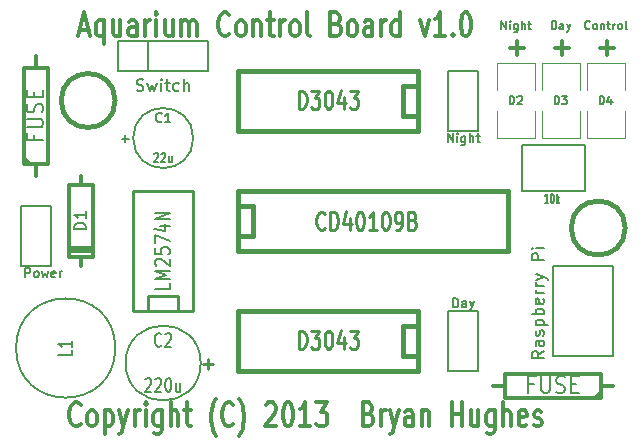
<source format=gto>
G04 (created by PCBNEW (2013-mar-13)-testing) date Sat 11 May 2013 09:23:07 PM PDT*
%MOIN*%
G04 Gerber Fmt 3.4, Leading zero omitted, Abs format*
%FSLAX34Y34*%
G01*
G70*
G90*
G04 APERTURE LIST*
%ADD10C,0.000787*%
%ADD11C,0.012000*%
%ADD12C,0.005000*%
%ADD13C,0.004700*%
%ADD14C,0.015000*%
%ADD15C,0.010000*%
%ADD16C,0.006000*%
%ADD17C,0.008000*%
%ADD18C,0.011250*%
%ADD19C,0.011300*%
%ADD20C,0.011800*%
%ADD21C,0.007500*%
G04 APERTURE END LIST*
G54D10*
G54D11*
X84249Y-41785D02*
X84221Y-41823D01*
X84135Y-41861D01*
X84078Y-41861D01*
X83992Y-41823D01*
X83935Y-41747D01*
X83907Y-41671D01*
X83878Y-41519D01*
X83878Y-41404D01*
X83907Y-41252D01*
X83935Y-41176D01*
X83992Y-41100D01*
X84078Y-41061D01*
X84135Y-41061D01*
X84221Y-41100D01*
X84249Y-41138D01*
X84592Y-41861D02*
X84535Y-41823D01*
X84507Y-41785D01*
X84478Y-41709D01*
X84478Y-41480D01*
X84507Y-41404D01*
X84535Y-41366D01*
X84592Y-41328D01*
X84678Y-41328D01*
X84735Y-41366D01*
X84764Y-41404D01*
X84792Y-41480D01*
X84792Y-41709D01*
X84764Y-41785D01*
X84735Y-41823D01*
X84678Y-41861D01*
X84592Y-41861D01*
X85049Y-41328D02*
X85049Y-42128D01*
X85049Y-41366D02*
X85107Y-41328D01*
X85221Y-41328D01*
X85278Y-41366D01*
X85307Y-41404D01*
X85335Y-41480D01*
X85335Y-41709D01*
X85307Y-41785D01*
X85278Y-41823D01*
X85221Y-41861D01*
X85107Y-41861D01*
X85049Y-41823D01*
X85535Y-41328D02*
X85678Y-41861D01*
X85821Y-41328D02*
X85678Y-41861D01*
X85621Y-42052D01*
X85592Y-42090D01*
X85535Y-42128D01*
X86049Y-41861D02*
X86049Y-41328D01*
X86049Y-41480D02*
X86078Y-41404D01*
X86107Y-41366D01*
X86164Y-41328D01*
X86221Y-41328D01*
X86421Y-41861D02*
X86421Y-41328D01*
X86421Y-41061D02*
X86392Y-41100D01*
X86421Y-41138D01*
X86450Y-41100D01*
X86421Y-41061D01*
X86421Y-41138D01*
X86964Y-41328D02*
X86964Y-41976D01*
X86935Y-42052D01*
X86907Y-42090D01*
X86849Y-42128D01*
X86764Y-42128D01*
X86707Y-42090D01*
X86964Y-41823D02*
X86907Y-41861D01*
X86792Y-41861D01*
X86735Y-41823D01*
X86707Y-41785D01*
X86678Y-41709D01*
X86678Y-41480D01*
X86707Y-41404D01*
X86735Y-41366D01*
X86792Y-41328D01*
X86907Y-41328D01*
X86964Y-41366D01*
X87249Y-41861D02*
X87249Y-41061D01*
X87507Y-41861D02*
X87507Y-41442D01*
X87478Y-41366D01*
X87421Y-41328D01*
X87335Y-41328D01*
X87278Y-41366D01*
X87249Y-41404D01*
X87707Y-41328D02*
X87935Y-41328D01*
X87792Y-41061D02*
X87792Y-41747D01*
X87821Y-41823D01*
X87878Y-41861D01*
X87935Y-41861D01*
X88764Y-42166D02*
X88735Y-42128D01*
X88678Y-42014D01*
X88649Y-41938D01*
X88621Y-41823D01*
X88592Y-41633D01*
X88592Y-41480D01*
X88621Y-41290D01*
X88649Y-41176D01*
X88678Y-41100D01*
X88735Y-40985D01*
X88764Y-40947D01*
X89335Y-41785D02*
X89307Y-41823D01*
X89221Y-41861D01*
X89164Y-41861D01*
X89078Y-41823D01*
X89021Y-41747D01*
X88992Y-41671D01*
X88964Y-41519D01*
X88964Y-41404D01*
X88992Y-41252D01*
X89021Y-41176D01*
X89078Y-41100D01*
X89164Y-41061D01*
X89221Y-41061D01*
X89307Y-41100D01*
X89335Y-41138D01*
X89535Y-42166D02*
X89564Y-42128D01*
X89621Y-42014D01*
X89649Y-41938D01*
X89678Y-41823D01*
X89707Y-41633D01*
X89707Y-41480D01*
X89678Y-41290D01*
X89649Y-41176D01*
X89621Y-41100D01*
X89564Y-40985D01*
X89535Y-40947D01*
X90421Y-41138D02*
X90449Y-41100D01*
X90507Y-41061D01*
X90649Y-41061D01*
X90707Y-41100D01*
X90735Y-41138D01*
X90764Y-41214D01*
X90764Y-41290D01*
X90735Y-41404D01*
X90392Y-41861D01*
X90764Y-41861D01*
X91135Y-41061D02*
X91192Y-41061D01*
X91250Y-41100D01*
X91278Y-41138D01*
X91307Y-41214D01*
X91335Y-41366D01*
X91335Y-41557D01*
X91307Y-41709D01*
X91278Y-41785D01*
X91250Y-41823D01*
X91192Y-41861D01*
X91135Y-41861D01*
X91078Y-41823D01*
X91050Y-41785D01*
X91021Y-41709D01*
X90992Y-41557D01*
X90992Y-41366D01*
X91021Y-41214D01*
X91050Y-41138D01*
X91078Y-41100D01*
X91135Y-41061D01*
X91907Y-41861D02*
X91564Y-41861D01*
X91735Y-41861D02*
X91735Y-41061D01*
X91678Y-41176D01*
X91621Y-41252D01*
X91564Y-41290D01*
X92107Y-41061D02*
X92478Y-41061D01*
X92278Y-41366D01*
X92364Y-41366D01*
X92421Y-41404D01*
X92450Y-41442D01*
X92478Y-41519D01*
X92478Y-41709D01*
X92450Y-41785D01*
X92421Y-41823D01*
X92364Y-41861D01*
X92192Y-41861D01*
X92135Y-41823D01*
X92107Y-41785D01*
X93850Y-41442D02*
X93935Y-41480D01*
X93964Y-41519D01*
X93992Y-41595D01*
X93992Y-41709D01*
X93964Y-41785D01*
X93935Y-41823D01*
X93878Y-41861D01*
X93650Y-41861D01*
X93650Y-41061D01*
X93850Y-41061D01*
X93907Y-41100D01*
X93935Y-41138D01*
X93964Y-41214D01*
X93964Y-41290D01*
X93935Y-41366D01*
X93907Y-41404D01*
X93850Y-41442D01*
X93650Y-41442D01*
X94250Y-41861D02*
X94250Y-41328D01*
X94250Y-41480D02*
X94278Y-41404D01*
X94307Y-41366D01*
X94364Y-41328D01*
X94421Y-41328D01*
X94564Y-41328D02*
X94707Y-41861D01*
X94850Y-41328D02*
X94707Y-41861D01*
X94650Y-42052D01*
X94621Y-42090D01*
X94564Y-42128D01*
X95335Y-41861D02*
X95335Y-41442D01*
X95307Y-41366D01*
X95250Y-41328D01*
X95135Y-41328D01*
X95078Y-41366D01*
X95335Y-41823D02*
X95278Y-41861D01*
X95135Y-41861D01*
X95078Y-41823D01*
X95050Y-41747D01*
X95050Y-41671D01*
X95078Y-41595D01*
X95135Y-41557D01*
X95278Y-41557D01*
X95335Y-41519D01*
X95621Y-41328D02*
X95621Y-41861D01*
X95621Y-41404D02*
X95650Y-41366D01*
X95707Y-41328D01*
X95792Y-41328D01*
X95850Y-41366D01*
X95878Y-41442D01*
X95878Y-41861D01*
X96621Y-41861D02*
X96621Y-41061D01*
X96621Y-41442D02*
X96964Y-41442D01*
X96964Y-41861D02*
X96964Y-41061D01*
X97507Y-41328D02*
X97507Y-41861D01*
X97250Y-41328D02*
X97250Y-41747D01*
X97278Y-41823D01*
X97335Y-41861D01*
X97421Y-41861D01*
X97478Y-41823D01*
X97507Y-41785D01*
X98050Y-41328D02*
X98050Y-41976D01*
X98021Y-42052D01*
X97992Y-42090D01*
X97935Y-42128D01*
X97850Y-42128D01*
X97792Y-42090D01*
X98050Y-41823D02*
X97992Y-41861D01*
X97878Y-41861D01*
X97821Y-41823D01*
X97792Y-41785D01*
X97764Y-41709D01*
X97764Y-41480D01*
X97792Y-41404D01*
X97821Y-41366D01*
X97878Y-41328D01*
X97992Y-41328D01*
X98050Y-41366D01*
X98335Y-41861D02*
X98335Y-41061D01*
X98592Y-41861D02*
X98592Y-41442D01*
X98564Y-41366D01*
X98507Y-41328D01*
X98421Y-41328D01*
X98364Y-41366D01*
X98335Y-41404D01*
X99107Y-41823D02*
X99050Y-41861D01*
X98935Y-41861D01*
X98878Y-41823D01*
X98850Y-41747D01*
X98850Y-41442D01*
X98878Y-41366D01*
X98935Y-41328D01*
X99050Y-41328D01*
X99107Y-41366D01*
X99135Y-41442D01*
X99135Y-41519D01*
X98850Y-41595D01*
X99364Y-41823D02*
X99421Y-41861D01*
X99535Y-41861D01*
X99592Y-41823D01*
X99621Y-41747D01*
X99621Y-41709D01*
X99592Y-41633D01*
X99535Y-41595D01*
X99450Y-41595D01*
X99392Y-41557D01*
X99364Y-41480D01*
X99364Y-41442D01*
X99392Y-41366D01*
X99450Y-41328D01*
X99535Y-41328D01*
X99592Y-41366D01*
X84235Y-28633D02*
X84521Y-28633D01*
X84178Y-28861D02*
X84378Y-28061D01*
X84578Y-28861D01*
X85035Y-28328D02*
X85035Y-29128D01*
X85035Y-28823D02*
X84978Y-28861D01*
X84864Y-28861D01*
X84807Y-28823D01*
X84778Y-28785D01*
X84750Y-28709D01*
X84750Y-28480D01*
X84778Y-28404D01*
X84807Y-28366D01*
X84864Y-28328D01*
X84978Y-28328D01*
X85035Y-28366D01*
X85578Y-28328D02*
X85578Y-28861D01*
X85321Y-28328D02*
X85321Y-28747D01*
X85350Y-28823D01*
X85407Y-28861D01*
X85492Y-28861D01*
X85550Y-28823D01*
X85578Y-28785D01*
X86121Y-28861D02*
X86121Y-28442D01*
X86092Y-28366D01*
X86035Y-28328D01*
X85921Y-28328D01*
X85864Y-28366D01*
X86121Y-28823D02*
X86064Y-28861D01*
X85921Y-28861D01*
X85864Y-28823D01*
X85835Y-28747D01*
X85835Y-28671D01*
X85864Y-28595D01*
X85921Y-28557D01*
X86064Y-28557D01*
X86121Y-28519D01*
X86407Y-28861D02*
X86407Y-28328D01*
X86407Y-28480D02*
X86435Y-28404D01*
X86464Y-28366D01*
X86521Y-28328D01*
X86578Y-28328D01*
X86778Y-28861D02*
X86778Y-28328D01*
X86778Y-28061D02*
X86750Y-28100D01*
X86778Y-28138D01*
X86807Y-28100D01*
X86778Y-28061D01*
X86778Y-28138D01*
X87321Y-28328D02*
X87321Y-28861D01*
X87064Y-28328D02*
X87064Y-28747D01*
X87092Y-28823D01*
X87149Y-28861D01*
X87235Y-28861D01*
X87292Y-28823D01*
X87321Y-28785D01*
X87607Y-28861D02*
X87607Y-28328D01*
X87607Y-28404D02*
X87635Y-28366D01*
X87692Y-28328D01*
X87778Y-28328D01*
X87835Y-28366D01*
X87864Y-28442D01*
X87864Y-28861D01*
X87864Y-28442D02*
X87892Y-28366D01*
X87949Y-28328D01*
X88035Y-28328D01*
X88092Y-28366D01*
X88121Y-28442D01*
X88121Y-28861D01*
X89207Y-28785D02*
X89178Y-28823D01*
X89092Y-28861D01*
X89035Y-28861D01*
X88949Y-28823D01*
X88892Y-28747D01*
X88864Y-28671D01*
X88835Y-28519D01*
X88835Y-28404D01*
X88864Y-28252D01*
X88892Y-28176D01*
X88949Y-28100D01*
X89035Y-28061D01*
X89092Y-28061D01*
X89178Y-28100D01*
X89207Y-28138D01*
X89549Y-28861D02*
X89492Y-28823D01*
X89464Y-28785D01*
X89435Y-28709D01*
X89435Y-28480D01*
X89464Y-28404D01*
X89492Y-28366D01*
X89549Y-28328D01*
X89635Y-28328D01*
X89692Y-28366D01*
X89721Y-28404D01*
X89749Y-28480D01*
X89749Y-28709D01*
X89721Y-28785D01*
X89692Y-28823D01*
X89635Y-28861D01*
X89549Y-28861D01*
X90007Y-28328D02*
X90007Y-28861D01*
X90007Y-28404D02*
X90035Y-28366D01*
X90092Y-28328D01*
X90178Y-28328D01*
X90235Y-28366D01*
X90264Y-28442D01*
X90264Y-28861D01*
X90464Y-28328D02*
X90692Y-28328D01*
X90549Y-28061D02*
X90549Y-28747D01*
X90578Y-28823D01*
X90635Y-28861D01*
X90692Y-28861D01*
X90892Y-28861D02*
X90892Y-28328D01*
X90892Y-28480D02*
X90921Y-28404D01*
X90949Y-28366D01*
X91007Y-28328D01*
X91064Y-28328D01*
X91349Y-28861D02*
X91292Y-28823D01*
X91264Y-28785D01*
X91235Y-28709D01*
X91235Y-28480D01*
X91264Y-28404D01*
X91292Y-28366D01*
X91349Y-28328D01*
X91435Y-28328D01*
X91492Y-28366D01*
X91521Y-28404D01*
X91549Y-28480D01*
X91549Y-28709D01*
X91521Y-28785D01*
X91492Y-28823D01*
X91435Y-28861D01*
X91349Y-28861D01*
X91892Y-28861D02*
X91835Y-28823D01*
X91807Y-28747D01*
X91807Y-28061D01*
X92778Y-28442D02*
X92864Y-28480D01*
X92892Y-28519D01*
X92921Y-28595D01*
X92921Y-28709D01*
X92892Y-28785D01*
X92864Y-28823D01*
X92807Y-28861D01*
X92578Y-28861D01*
X92578Y-28061D01*
X92778Y-28061D01*
X92835Y-28100D01*
X92864Y-28138D01*
X92892Y-28214D01*
X92892Y-28290D01*
X92864Y-28366D01*
X92835Y-28404D01*
X92778Y-28442D01*
X92578Y-28442D01*
X93264Y-28861D02*
X93207Y-28823D01*
X93178Y-28785D01*
X93150Y-28709D01*
X93150Y-28480D01*
X93178Y-28404D01*
X93207Y-28366D01*
X93264Y-28328D01*
X93350Y-28328D01*
X93407Y-28366D01*
X93435Y-28404D01*
X93464Y-28480D01*
X93464Y-28709D01*
X93435Y-28785D01*
X93407Y-28823D01*
X93350Y-28861D01*
X93264Y-28861D01*
X93978Y-28861D02*
X93978Y-28442D01*
X93950Y-28366D01*
X93892Y-28328D01*
X93778Y-28328D01*
X93721Y-28366D01*
X93978Y-28823D02*
X93921Y-28861D01*
X93778Y-28861D01*
X93721Y-28823D01*
X93692Y-28747D01*
X93692Y-28671D01*
X93721Y-28595D01*
X93778Y-28557D01*
X93921Y-28557D01*
X93978Y-28519D01*
X94264Y-28861D02*
X94264Y-28328D01*
X94264Y-28480D02*
X94292Y-28404D01*
X94321Y-28366D01*
X94378Y-28328D01*
X94435Y-28328D01*
X94892Y-28861D02*
X94892Y-28061D01*
X94892Y-28823D02*
X94835Y-28861D01*
X94721Y-28861D01*
X94664Y-28823D01*
X94635Y-28785D01*
X94607Y-28709D01*
X94607Y-28480D01*
X94635Y-28404D01*
X94664Y-28366D01*
X94721Y-28328D01*
X94835Y-28328D01*
X94892Y-28366D01*
X95578Y-28328D02*
X95721Y-28861D01*
X95864Y-28328D01*
X96407Y-28861D02*
X96064Y-28861D01*
X96235Y-28861D02*
X96235Y-28061D01*
X96178Y-28176D01*
X96121Y-28252D01*
X96064Y-28290D01*
X96664Y-28785D02*
X96692Y-28823D01*
X96664Y-28861D01*
X96635Y-28823D01*
X96664Y-28785D01*
X96664Y-28861D01*
X97064Y-28061D02*
X97121Y-28061D01*
X97178Y-28100D01*
X97207Y-28138D01*
X97235Y-28214D01*
X97264Y-28366D01*
X97264Y-28557D01*
X97235Y-28709D01*
X97207Y-28785D01*
X97178Y-28823D01*
X97121Y-28861D01*
X97064Y-28861D01*
X97007Y-28823D01*
X96978Y-28785D01*
X96950Y-28709D01*
X96921Y-28557D01*
X96921Y-28366D01*
X96950Y-28214D01*
X96978Y-28138D01*
X97007Y-28100D01*
X97064Y-28061D01*
X84250Y-36500D02*
X84250Y-36200D01*
X84250Y-36200D02*
X84650Y-36200D01*
X84650Y-36200D02*
X84650Y-33800D01*
X84650Y-33800D02*
X84250Y-33800D01*
X84250Y-33800D02*
X84250Y-33500D01*
X84250Y-33800D02*
X83850Y-33800D01*
X83850Y-33800D02*
X83850Y-36200D01*
X83850Y-36200D02*
X84250Y-36200D01*
X84650Y-36000D02*
X83850Y-36000D01*
X83850Y-35900D02*
X84650Y-35900D01*
G54D12*
X88250Y-39750D02*
G75*
G03X88250Y-39750I-1250J0D01*
G74*
G01*
G54D13*
X99380Y-32260D02*
X98120Y-32260D01*
X99380Y-29740D02*
X98120Y-29740D01*
X98118Y-31353D02*
X98118Y-32253D01*
X99382Y-32253D02*
X99382Y-31353D01*
X99382Y-30646D02*
X99382Y-29746D01*
X98118Y-29746D02*
X98118Y-30646D01*
X102380Y-32260D02*
X101120Y-32260D01*
X102380Y-29740D02*
X101120Y-29740D01*
X101118Y-31353D02*
X101118Y-32253D01*
X102382Y-32253D02*
X102382Y-31353D01*
X102382Y-30646D02*
X102382Y-29746D01*
X101118Y-29746D02*
X101118Y-30646D01*
X100880Y-32260D02*
X99620Y-32260D01*
X100880Y-29740D02*
X99620Y-29740D01*
X99618Y-31353D02*
X99618Y-32253D01*
X100882Y-32253D02*
X100882Y-31353D01*
X100882Y-30646D02*
X100882Y-29746D01*
X99618Y-29746D02*
X99618Y-30646D01*
G54D12*
X88001Y-32250D02*
G75*
G03X88001Y-32250I-1001J0D01*
G74*
G01*
G54D14*
X102400Y-35250D02*
G75*
G03X102400Y-35250I-900J0D01*
G74*
G01*
G54D12*
X85403Y-39250D02*
G75*
G03X85403Y-39250I-1653J0D01*
G74*
G01*
G54D14*
X85400Y-31000D02*
G75*
G03X85400Y-31000I-900J0D01*
G74*
G01*
X89500Y-34500D02*
X89500Y-34500D01*
X89500Y-34500D02*
X90000Y-34500D01*
X90000Y-34500D02*
X90000Y-35500D01*
X90000Y-35500D02*
X89500Y-35500D01*
X89500Y-34000D02*
X98500Y-34000D01*
X98500Y-34000D02*
X98500Y-36000D01*
X98500Y-36000D02*
X89500Y-36000D01*
X89500Y-36000D02*
X89500Y-34000D01*
X95500Y-30000D02*
X89500Y-30000D01*
X89500Y-30000D02*
X89500Y-32000D01*
X89500Y-32000D02*
X95500Y-32000D01*
X95500Y-31500D02*
X95000Y-31500D01*
X95000Y-31500D02*
X95000Y-30500D01*
X95000Y-30500D02*
X95500Y-30500D01*
X95500Y-32000D02*
X95500Y-30000D01*
X95500Y-38000D02*
X89500Y-38000D01*
X89500Y-38000D02*
X89500Y-40000D01*
X89500Y-40000D02*
X95500Y-40000D01*
X95500Y-39500D02*
X95000Y-39500D01*
X95000Y-39500D02*
X95000Y-38500D01*
X95000Y-38500D02*
X95500Y-38500D01*
X95500Y-40000D02*
X95500Y-38000D01*
G54D11*
X82750Y-33500D02*
X82750Y-33100D01*
X82750Y-33100D02*
X82350Y-33100D01*
X82350Y-33100D02*
X82350Y-29900D01*
X82350Y-29900D02*
X83150Y-29900D01*
X83150Y-29900D02*
X83150Y-33100D01*
X83150Y-33100D02*
X82750Y-33100D01*
X82550Y-33100D02*
X82350Y-32900D01*
X82750Y-29500D02*
X82750Y-29900D01*
X102000Y-40500D02*
X101600Y-40500D01*
X101600Y-40500D02*
X101600Y-40900D01*
X101600Y-40900D02*
X98400Y-40900D01*
X98400Y-40900D02*
X98400Y-40100D01*
X98400Y-40100D02*
X101600Y-40100D01*
X101600Y-40100D02*
X101600Y-40500D01*
X101600Y-40700D02*
X101400Y-40900D01*
X98000Y-40500D02*
X98400Y-40500D01*
G54D15*
X86500Y-38000D02*
X86500Y-37500D01*
X86500Y-37500D02*
X87500Y-37500D01*
X87500Y-37500D02*
X87500Y-38000D01*
X86000Y-38000D02*
X86000Y-34000D01*
X86000Y-34000D02*
X88000Y-34000D01*
X88000Y-34000D02*
X88000Y-38000D01*
X88000Y-38000D02*
X86000Y-38000D01*
G54D16*
X82250Y-34500D02*
X83250Y-34500D01*
X83250Y-34500D02*
X83250Y-36500D01*
X83250Y-36500D02*
X82250Y-36500D01*
X82250Y-36500D02*
X82250Y-34500D01*
X96500Y-38000D02*
X97500Y-38000D01*
X97500Y-38000D02*
X97500Y-40000D01*
X97500Y-40000D02*
X96500Y-40000D01*
X96500Y-40000D02*
X96500Y-38000D01*
X96500Y-30000D02*
X97500Y-30000D01*
X97500Y-30000D02*
X97500Y-32000D01*
X97500Y-32000D02*
X96500Y-32000D01*
X96500Y-32000D02*
X96500Y-30000D01*
X85500Y-30000D02*
X85500Y-29000D01*
X85500Y-29000D02*
X88500Y-29000D01*
X88500Y-29000D02*
X88500Y-30000D01*
X88500Y-30000D02*
X85500Y-30000D01*
X86500Y-29000D02*
X86500Y-30000D01*
G54D17*
X102000Y-36500D02*
X102000Y-39500D01*
X100000Y-39500D02*
X100000Y-36500D01*
X100000Y-36500D02*
X102000Y-36500D01*
X102000Y-39500D02*
X100000Y-39500D01*
G54D16*
X101061Y-34007D02*
X98964Y-34007D01*
X98964Y-33998D02*
X98964Y-32501D01*
X98964Y-32492D02*
X101061Y-32492D01*
X101070Y-32492D02*
X101070Y-33998D01*
G54D17*
X84430Y-35295D02*
X84030Y-35295D01*
X84030Y-35199D01*
X84050Y-35142D01*
X84088Y-35104D01*
X84126Y-35085D01*
X84202Y-35066D01*
X84259Y-35066D01*
X84335Y-35085D01*
X84373Y-35104D01*
X84411Y-35142D01*
X84430Y-35199D01*
X84430Y-35295D01*
X84430Y-34685D02*
X84430Y-34914D01*
X84430Y-34799D02*
X84030Y-34799D01*
X84088Y-34838D01*
X84126Y-34876D01*
X84145Y-34914D01*
X86941Y-39160D02*
X86925Y-39182D01*
X86875Y-39203D01*
X86841Y-39203D01*
X86791Y-39182D01*
X86758Y-39139D01*
X86741Y-39096D01*
X86725Y-39010D01*
X86725Y-38946D01*
X86741Y-38860D01*
X86758Y-38817D01*
X86791Y-38775D01*
X86841Y-38753D01*
X86875Y-38753D01*
X86925Y-38775D01*
X86941Y-38796D01*
X87075Y-38796D02*
X87091Y-38775D01*
X87125Y-38753D01*
X87208Y-38753D01*
X87241Y-38775D01*
X87258Y-38796D01*
X87275Y-38839D01*
X87275Y-38882D01*
X87258Y-38946D01*
X87058Y-39203D01*
X87275Y-39203D01*
X86408Y-40296D02*
X86425Y-40275D01*
X86458Y-40253D01*
X86541Y-40253D01*
X86575Y-40275D01*
X86591Y-40296D01*
X86608Y-40339D01*
X86608Y-40382D01*
X86591Y-40446D01*
X86391Y-40703D01*
X86608Y-40703D01*
X86741Y-40296D02*
X86758Y-40275D01*
X86791Y-40253D01*
X86875Y-40253D01*
X86908Y-40275D01*
X86925Y-40296D01*
X86941Y-40339D01*
X86941Y-40382D01*
X86925Y-40446D01*
X86725Y-40703D01*
X86941Y-40703D01*
X87158Y-40253D02*
X87191Y-40253D01*
X87225Y-40275D01*
X87241Y-40296D01*
X87258Y-40339D01*
X87275Y-40425D01*
X87275Y-40532D01*
X87258Y-40617D01*
X87241Y-40660D01*
X87225Y-40682D01*
X87191Y-40703D01*
X87158Y-40703D01*
X87125Y-40682D01*
X87108Y-40660D01*
X87091Y-40617D01*
X87075Y-40532D01*
X87075Y-40425D01*
X87091Y-40339D01*
X87108Y-40296D01*
X87125Y-40275D01*
X87158Y-40253D01*
X87575Y-40403D02*
X87575Y-40703D01*
X87425Y-40403D02*
X87425Y-40639D01*
X87441Y-40682D01*
X87475Y-40703D01*
X87525Y-40703D01*
X87558Y-40682D01*
X87575Y-40660D01*
G54D18*
X88328Y-39782D02*
X88671Y-39782D01*
X88500Y-39953D02*
X88500Y-39610D01*
G54D19*
G54D12*
X98546Y-31124D02*
X98546Y-30848D01*
X98612Y-30848D01*
X98651Y-30862D01*
X98677Y-30888D01*
X98690Y-30914D01*
X98704Y-30967D01*
X98704Y-31006D01*
X98690Y-31059D01*
X98677Y-31085D01*
X98651Y-31111D01*
X98612Y-31124D01*
X98546Y-31124D01*
X98809Y-30875D02*
X98822Y-30862D01*
X98848Y-30848D01*
X98914Y-30848D01*
X98940Y-30862D01*
X98953Y-30875D01*
X98966Y-30901D01*
X98966Y-30927D01*
X98953Y-30967D01*
X98796Y-31124D01*
X98966Y-31124D01*
X98276Y-28624D02*
X98276Y-28348D01*
X98434Y-28624D01*
X98434Y-28348D01*
X98566Y-28624D02*
X98566Y-28440D01*
X98566Y-28348D02*
X98552Y-28362D01*
X98566Y-28375D01*
X98579Y-28362D01*
X98566Y-28348D01*
X98566Y-28375D01*
X98815Y-28440D02*
X98815Y-28664D01*
X98802Y-28690D01*
X98789Y-28703D01*
X98763Y-28716D01*
X98723Y-28716D01*
X98697Y-28703D01*
X98815Y-28611D02*
X98789Y-28624D01*
X98736Y-28624D01*
X98710Y-28611D01*
X98697Y-28598D01*
X98684Y-28572D01*
X98684Y-28493D01*
X98697Y-28467D01*
X98710Y-28454D01*
X98736Y-28440D01*
X98789Y-28440D01*
X98815Y-28454D01*
X98947Y-28624D02*
X98947Y-28348D01*
X99065Y-28624D02*
X99065Y-28480D01*
X99052Y-28454D01*
X99026Y-28440D01*
X98986Y-28440D01*
X98960Y-28454D01*
X98947Y-28467D01*
X99157Y-28440D02*
X99262Y-28440D01*
X99196Y-28348D02*
X99196Y-28585D01*
X99210Y-28611D01*
X99236Y-28624D01*
X99262Y-28624D01*
G54D20*
X98792Y-29478D02*
X98792Y-29021D01*
X99021Y-29249D02*
X98564Y-29249D01*
G54D12*
X101546Y-31124D02*
X101546Y-30848D01*
X101612Y-30848D01*
X101651Y-30862D01*
X101677Y-30888D01*
X101690Y-30914D01*
X101704Y-30967D01*
X101704Y-31006D01*
X101690Y-31059D01*
X101677Y-31085D01*
X101651Y-31111D01*
X101612Y-31124D01*
X101546Y-31124D01*
X101940Y-30940D02*
X101940Y-31124D01*
X101874Y-30835D02*
X101809Y-31032D01*
X101980Y-31032D01*
X101224Y-28598D02*
X101211Y-28611D01*
X101171Y-28624D01*
X101145Y-28624D01*
X101106Y-28611D01*
X101079Y-28585D01*
X101066Y-28559D01*
X101053Y-28506D01*
X101053Y-28467D01*
X101066Y-28414D01*
X101079Y-28388D01*
X101106Y-28362D01*
X101145Y-28348D01*
X101171Y-28348D01*
X101211Y-28362D01*
X101224Y-28375D01*
X101382Y-28624D02*
X101355Y-28611D01*
X101342Y-28598D01*
X101329Y-28572D01*
X101329Y-28493D01*
X101342Y-28467D01*
X101355Y-28454D01*
X101382Y-28440D01*
X101421Y-28440D01*
X101447Y-28454D01*
X101460Y-28467D01*
X101474Y-28493D01*
X101474Y-28572D01*
X101460Y-28598D01*
X101447Y-28611D01*
X101421Y-28624D01*
X101382Y-28624D01*
X101592Y-28440D02*
X101592Y-28624D01*
X101592Y-28467D02*
X101605Y-28454D01*
X101631Y-28440D01*
X101671Y-28440D01*
X101697Y-28454D01*
X101710Y-28480D01*
X101710Y-28624D01*
X101802Y-28440D02*
X101907Y-28440D01*
X101842Y-28348D02*
X101842Y-28585D01*
X101855Y-28611D01*
X101881Y-28624D01*
X101907Y-28624D01*
X101999Y-28624D02*
X101999Y-28440D01*
X101999Y-28493D02*
X102012Y-28467D01*
X102026Y-28454D01*
X102052Y-28440D01*
X102078Y-28440D01*
X102210Y-28624D02*
X102183Y-28611D01*
X102170Y-28598D01*
X102157Y-28572D01*
X102157Y-28493D01*
X102170Y-28467D01*
X102183Y-28454D01*
X102210Y-28440D01*
X102249Y-28440D01*
X102275Y-28454D01*
X102288Y-28467D01*
X102302Y-28493D01*
X102302Y-28572D01*
X102288Y-28598D01*
X102275Y-28611D01*
X102249Y-28624D01*
X102210Y-28624D01*
X102459Y-28624D02*
X102433Y-28611D01*
X102420Y-28585D01*
X102420Y-28348D01*
G54D20*
X101792Y-29478D02*
X101792Y-29021D01*
X102021Y-29249D02*
X101564Y-29249D01*
G54D12*
X100046Y-31124D02*
X100046Y-30848D01*
X100112Y-30848D01*
X100151Y-30862D01*
X100177Y-30888D01*
X100190Y-30914D01*
X100204Y-30967D01*
X100204Y-31006D01*
X100190Y-31059D01*
X100177Y-31085D01*
X100151Y-31111D01*
X100112Y-31124D01*
X100046Y-31124D01*
X100296Y-30848D02*
X100466Y-30848D01*
X100374Y-30954D01*
X100414Y-30954D01*
X100440Y-30967D01*
X100453Y-30980D01*
X100466Y-31006D01*
X100466Y-31072D01*
X100453Y-31098D01*
X100440Y-31111D01*
X100414Y-31124D01*
X100335Y-31124D01*
X100309Y-31111D01*
X100296Y-31098D01*
X99947Y-28624D02*
X99947Y-28348D01*
X100013Y-28348D01*
X100052Y-28362D01*
X100079Y-28388D01*
X100092Y-28414D01*
X100105Y-28467D01*
X100105Y-28506D01*
X100092Y-28559D01*
X100079Y-28585D01*
X100052Y-28611D01*
X100013Y-28624D01*
X99947Y-28624D01*
X100342Y-28624D02*
X100342Y-28480D01*
X100328Y-28454D01*
X100302Y-28440D01*
X100250Y-28440D01*
X100223Y-28454D01*
X100342Y-28611D02*
X100315Y-28624D01*
X100250Y-28624D01*
X100223Y-28611D01*
X100210Y-28585D01*
X100210Y-28559D01*
X100223Y-28532D01*
X100250Y-28519D01*
X100315Y-28519D01*
X100342Y-28506D01*
X100447Y-28440D02*
X100512Y-28624D01*
X100578Y-28440D02*
X100512Y-28624D01*
X100486Y-28690D01*
X100473Y-28703D01*
X100447Y-28716D01*
G54D20*
X100292Y-29478D02*
X100292Y-29021D01*
X100521Y-29249D02*
X100064Y-29249D01*
G54D12*
X86950Y-31687D02*
X86935Y-31702D01*
X86892Y-31716D01*
X86864Y-31716D01*
X86821Y-31702D01*
X86792Y-31673D01*
X86778Y-31644D01*
X86764Y-31587D01*
X86764Y-31544D01*
X86778Y-31487D01*
X86792Y-31459D01*
X86821Y-31430D01*
X86864Y-31416D01*
X86892Y-31416D01*
X86935Y-31430D01*
X86950Y-31444D01*
X87235Y-31716D02*
X87064Y-31716D01*
X87150Y-31716D02*
X87150Y-31416D01*
X87121Y-31459D01*
X87092Y-31487D01*
X87064Y-31502D01*
X86696Y-32783D02*
X86708Y-32769D01*
X86732Y-32755D01*
X86791Y-32755D01*
X86815Y-32769D01*
X86827Y-32783D01*
X86839Y-32812D01*
X86839Y-32840D01*
X86827Y-32883D01*
X86684Y-33055D01*
X86839Y-33055D01*
X86934Y-32783D02*
X86946Y-32769D01*
X86970Y-32755D01*
X87029Y-32755D01*
X87053Y-32769D01*
X87065Y-32783D01*
X87077Y-32812D01*
X87077Y-32840D01*
X87065Y-32883D01*
X86922Y-33055D01*
X87077Y-33055D01*
X87291Y-32855D02*
X87291Y-33055D01*
X87184Y-32855D02*
X87184Y-33012D01*
X87196Y-33040D01*
X87220Y-33055D01*
X87255Y-33055D01*
X87279Y-33040D01*
X87291Y-33026D01*
G54D21*
X85625Y-32271D02*
X85854Y-32271D01*
X85740Y-32385D02*
X85740Y-32157D01*
G54D17*
X83953Y-39308D02*
X83953Y-39475D01*
X83503Y-39475D01*
X83953Y-39008D02*
X83953Y-39208D01*
X83953Y-39108D02*
X83503Y-39108D01*
X83567Y-39141D01*
X83610Y-39175D01*
X83632Y-39208D01*
G54D18*
X92381Y-35253D02*
X92360Y-35282D01*
X92295Y-35310D01*
X92253Y-35310D01*
X92188Y-35282D01*
X92145Y-35225D01*
X92124Y-35167D01*
X92103Y-35053D01*
X92103Y-34967D01*
X92124Y-34853D01*
X92145Y-34796D01*
X92188Y-34739D01*
X92253Y-34710D01*
X92295Y-34710D01*
X92360Y-34739D01*
X92381Y-34767D01*
X92574Y-35310D02*
X92574Y-34710D01*
X92681Y-34710D01*
X92745Y-34739D01*
X92788Y-34796D01*
X92810Y-34853D01*
X92831Y-34967D01*
X92831Y-35053D01*
X92810Y-35167D01*
X92788Y-35225D01*
X92745Y-35282D01*
X92681Y-35310D01*
X92574Y-35310D01*
X93217Y-34910D02*
X93217Y-35310D01*
X93110Y-34682D02*
X93003Y-35110D01*
X93281Y-35110D01*
X93538Y-34710D02*
X93581Y-34710D01*
X93624Y-34739D01*
X93645Y-34767D01*
X93667Y-34825D01*
X93688Y-34939D01*
X93688Y-35082D01*
X93667Y-35196D01*
X93645Y-35253D01*
X93624Y-35282D01*
X93581Y-35310D01*
X93538Y-35310D01*
X93495Y-35282D01*
X93474Y-35253D01*
X93453Y-35196D01*
X93431Y-35082D01*
X93431Y-34939D01*
X93453Y-34825D01*
X93474Y-34767D01*
X93495Y-34739D01*
X93538Y-34710D01*
X94117Y-35310D02*
X93860Y-35310D01*
X93988Y-35310D02*
X93988Y-34710D01*
X93945Y-34796D01*
X93903Y-34853D01*
X93860Y-34882D01*
X94395Y-34710D02*
X94438Y-34710D01*
X94481Y-34739D01*
X94503Y-34767D01*
X94524Y-34825D01*
X94545Y-34939D01*
X94545Y-35082D01*
X94524Y-35196D01*
X94503Y-35253D01*
X94481Y-35282D01*
X94438Y-35310D01*
X94395Y-35310D01*
X94353Y-35282D01*
X94331Y-35253D01*
X94310Y-35196D01*
X94288Y-35082D01*
X94288Y-34939D01*
X94310Y-34825D01*
X94331Y-34767D01*
X94353Y-34739D01*
X94395Y-34710D01*
X94760Y-35310D02*
X94845Y-35310D01*
X94888Y-35282D01*
X94910Y-35253D01*
X94953Y-35167D01*
X94974Y-35053D01*
X94974Y-34825D01*
X94953Y-34767D01*
X94931Y-34739D01*
X94888Y-34710D01*
X94803Y-34710D01*
X94760Y-34739D01*
X94738Y-34767D01*
X94717Y-34825D01*
X94717Y-34967D01*
X94738Y-35025D01*
X94760Y-35053D01*
X94803Y-35082D01*
X94888Y-35082D01*
X94931Y-35053D01*
X94953Y-35025D01*
X94974Y-34967D01*
X95317Y-34996D02*
X95381Y-35025D01*
X95403Y-35053D01*
X95424Y-35110D01*
X95424Y-35196D01*
X95403Y-35253D01*
X95381Y-35282D01*
X95338Y-35310D01*
X95167Y-35310D01*
X95167Y-34710D01*
X95317Y-34710D01*
X95360Y-34739D01*
X95381Y-34767D01*
X95403Y-34825D01*
X95403Y-34882D01*
X95381Y-34939D01*
X95360Y-34967D01*
X95317Y-34996D01*
X95167Y-34996D01*
G54D11*
G54D18*
X91525Y-31271D02*
X91525Y-30671D01*
X91632Y-30671D01*
X91696Y-30700D01*
X91739Y-30757D01*
X91760Y-30814D01*
X91782Y-30928D01*
X91782Y-31014D01*
X91760Y-31128D01*
X91739Y-31185D01*
X91696Y-31242D01*
X91632Y-31271D01*
X91525Y-31271D01*
X91932Y-30671D02*
X92210Y-30671D01*
X92060Y-30900D01*
X92125Y-30900D01*
X92167Y-30928D01*
X92189Y-30957D01*
X92210Y-31014D01*
X92210Y-31157D01*
X92189Y-31214D01*
X92167Y-31242D01*
X92125Y-31271D01*
X91996Y-31271D01*
X91953Y-31242D01*
X91932Y-31214D01*
X92489Y-30671D02*
X92532Y-30671D01*
X92575Y-30700D01*
X92596Y-30728D01*
X92617Y-30785D01*
X92639Y-30900D01*
X92639Y-31042D01*
X92617Y-31157D01*
X92596Y-31214D01*
X92575Y-31242D01*
X92532Y-31271D01*
X92489Y-31271D01*
X92446Y-31242D01*
X92425Y-31214D01*
X92403Y-31157D01*
X92382Y-31042D01*
X92382Y-30900D01*
X92403Y-30785D01*
X92425Y-30728D01*
X92446Y-30700D01*
X92489Y-30671D01*
X93025Y-30871D02*
X93025Y-31271D01*
X92917Y-30642D02*
X92810Y-31071D01*
X93089Y-31071D01*
X93217Y-30671D02*
X93496Y-30671D01*
X93346Y-30900D01*
X93410Y-30900D01*
X93453Y-30928D01*
X93475Y-30957D01*
X93496Y-31014D01*
X93496Y-31157D01*
X93475Y-31214D01*
X93453Y-31242D01*
X93410Y-31271D01*
X93282Y-31271D01*
X93239Y-31242D01*
X93217Y-31214D01*
G54D19*
G54D18*
X91525Y-39271D02*
X91525Y-38671D01*
X91632Y-38671D01*
X91696Y-38700D01*
X91739Y-38757D01*
X91760Y-38814D01*
X91782Y-38928D01*
X91782Y-39014D01*
X91760Y-39128D01*
X91739Y-39185D01*
X91696Y-39242D01*
X91632Y-39271D01*
X91525Y-39271D01*
X91932Y-38671D02*
X92210Y-38671D01*
X92060Y-38900D01*
X92125Y-38900D01*
X92167Y-38928D01*
X92189Y-38957D01*
X92210Y-39014D01*
X92210Y-39157D01*
X92189Y-39214D01*
X92167Y-39242D01*
X92125Y-39271D01*
X91996Y-39271D01*
X91953Y-39242D01*
X91932Y-39214D01*
X92489Y-38671D02*
X92532Y-38671D01*
X92575Y-38700D01*
X92596Y-38728D01*
X92617Y-38785D01*
X92639Y-38900D01*
X92639Y-39042D01*
X92617Y-39157D01*
X92596Y-39214D01*
X92575Y-39242D01*
X92532Y-39271D01*
X92489Y-39271D01*
X92446Y-39242D01*
X92425Y-39214D01*
X92403Y-39157D01*
X92382Y-39042D01*
X92382Y-38900D01*
X92403Y-38785D01*
X92425Y-38728D01*
X92446Y-38700D01*
X92489Y-38671D01*
X93025Y-38871D02*
X93025Y-39271D01*
X92917Y-38642D02*
X92810Y-39071D01*
X93089Y-39071D01*
X93217Y-38671D02*
X93496Y-38671D01*
X93346Y-38900D01*
X93410Y-38900D01*
X93453Y-38928D01*
X93475Y-38957D01*
X93496Y-39014D01*
X93496Y-39157D01*
X93475Y-39214D01*
X93453Y-39242D01*
X93410Y-39271D01*
X93282Y-39271D01*
X93239Y-39242D01*
X93217Y-39214D01*
G54D19*
G54D17*
X82710Y-32154D02*
X82710Y-32321D01*
X82998Y-32321D02*
X82448Y-32321D01*
X82448Y-32083D01*
X82448Y-31892D02*
X82894Y-31892D01*
X82946Y-31869D01*
X82972Y-31845D01*
X82998Y-31797D01*
X82998Y-31702D01*
X82972Y-31654D01*
X82946Y-31630D01*
X82894Y-31607D01*
X82448Y-31607D01*
X82972Y-31392D02*
X82998Y-31321D01*
X82998Y-31202D01*
X82972Y-31154D01*
X82946Y-31130D01*
X82894Y-31107D01*
X82841Y-31107D01*
X82789Y-31130D01*
X82763Y-31154D01*
X82736Y-31202D01*
X82710Y-31297D01*
X82684Y-31345D01*
X82658Y-31369D01*
X82605Y-31392D01*
X82553Y-31392D01*
X82501Y-31369D01*
X82475Y-31345D01*
X82448Y-31297D01*
X82448Y-31178D01*
X82475Y-31107D01*
X82710Y-30892D02*
X82710Y-30726D01*
X82998Y-30654D02*
X82998Y-30892D01*
X82448Y-30892D01*
X82448Y-30654D01*
X99345Y-40460D02*
X99178Y-40460D01*
X99178Y-40748D02*
X99178Y-40198D01*
X99416Y-40198D01*
X99607Y-40198D02*
X99607Y-40644D01*
X99630Y-40696D01*
X99654Y-40722D01*
X99702Y-40748D01*
X99797Y-40748D01*
X99845Y-40722D01*
X99869Y-40696D01*
X99892Y-40644D01*
X99892Y-40198D01*
X100107Y-40722D02*
X100178Y-40748D01*
X100297Y-40748D01*
X100345Y-40722D01*
X100369Y-40696D01*
X100392Y-40644D01*
X100392Y-40591D01*
X100369Y-40539D01*
X100345Y-40513D01*
X100297Y-40486D01*
X100202Y-40460D01*
X100154Y-40434D01*
X100130Y-40408D01*
X100107Y-40355D01*
X100107Y-40303D01*
X100130Y-40251D01*
X100154Y-40225D01*
X100202Y-40198D01*
X100321Y-40198D01*
X100392Y-40225D01*
X100607Y-40460D02*
X100773Y-40460D01*
X100845Y-40748D02*
X100607Y-40748D01*
X100607Y-40198D01*
X100845Y-40198D01*
X87226Y-37076D02*
X87226Y-37266D01*
X86726Y-37266D01*
X87226Y-36942D02*
X86726Y-36942D01*
X87083Y-36809D01*
X86726Y-36676D01*
X87226Y-36676D01*
X86773Y-36504D02*
X86750Y-36485D01*
X86726Y-36447D01*
X86726Y-36352D01*
X86750Y-36314D01*
X86773Y-36295D01*
X86821Y-36276D01*
X86869Y-36276D01*
X86940Y-36295D01*
X87226Y-36523D01*
X87226Y-36276D01*
X86726Y-35914D02*
X86726Y-36104D01*
X86964Y-36123D01*
X86940Y-36104D01*
X86916Y-36066D01*
X86916Y-35971D01*
X86940Y-35933D01*
X86964Y-35914D01*
X87011Y-35895D01*
X87130Y-35895D01*
X87178Y-35914D01*
X87202Y-35933D01*
X87226Y-35971D01*
X87226Y-36066D01*
X87202Y-36104D01*
X87178Y-36123D01*
X86726Y-35761D02*
X86726Y-35495D01*
X87226Y-35666D01*
X86892Y-35171D02*
X87226Y-35171D01*
X86702Y-35266D02*
X87059Y-35361D01*
X87059Y-35114D01*
X87226Y-34961D02*
X86726Y-34961D01*
X87226Y-34733D01*
X86726Y-34733D01*
G54D16*
X82407Y-36885D02*
X82407Y-36585D01*
X82521Y-36585D01*
X82550Y-36600D01*
X82564Y-36614D01*
X82578Y-36642D01*
X82578Y-36685D01*
X82564Y-36714D01*
X82550Y-36728D01*
X82521Y-36742D01*
X82407Y-36742D01*
X82750Y-36885D02*
X82721Y-36871D01*
X82707Y-36857D01*
X82692Y-36828D01*
X82692Y-36742D01*
X82707Y-36714D01*
X82721Y-36700D01*
X82750Y-36685D01*
X82792Y-36685D01*
X82821Y-36700D01*
X82835Y-36714D01*
X82850Y-36742D01*
X82850Y-36828D01*
X82835Y-36857D01*
X82821Y-36871D01*
X82792Y-36885D01*
X82750Y-36885D01*
X82950Y-36685D02*
X83007Y-36885D01*
X83064Y-36742D01*
X83121Y-36885D01*
X83178Y-36685D01*
X83407Y-36871D02*
X83378Y-36885D01*
X83321Y-36885D01*
X83292Y-36871D01*
X83278Y-36842D01*
X83278Y-36728D01*
X83292Y-36700D01*
X83321Y-36685D01*
X83378Y-36685D01*
X83407Y-36700D01*
X83421Y-36728D01*
X83421Y-36757D01*
X83278Y-36785D01*
X83550Y-36885D02*
X83550Y-36685D01*
X83550Y-36742D02*
X83564Y-36714D01*
X83578Y-36700D01*
X83607Y-36685D01*
X83635Y-36685D01*
X96671Y-37885D02*
X96671Y-37585D01*
X96742Y-37585D01*
X96785Y-37600D01*
X96814Y-37628D01*
X96828Y-37657D01*
X96842Y-37714D01*
X96842Y-37757D01*
X96828Y-37814D01*
X96814Y-37842D01*
X96785Y-37871D01*
X96742Y-37885D01*
X96671Y-37885D01*
X97100Y-37885D02*
X97100Y-37728D01*
X97085Y-37700D01*
X97057Y-37685D01*
X97000Y-37685D01*
X96971Y-37700D01*
X97100Y-37871D02*
X97071Y-37885D01*
X97000Y-37885D01*
X96971Y-37871D01*
X96957Y-37842D01*
X96957Y-37814D01*
X96971Y-37785D01*
X97000Y-37771D01*
X97071Y-37771D01*
X97100Y-37757D01*
X97214Y-37685D02*
X97285Y-37885D01*
X97357Y-37685D02*
X97285Y-37885D01*
X97257Y-37957D01*
X97242Y-37971D01*
X97214Y-37985D01*
X96485Y-32385D02*
X96485Y-32085D01*
X96657Y-32385D01*
X96657Y-32085D01*
X96800Y-32385D02*
X96800Y-32185D01*
X96800Y-32085D02*
X96785Y-32100D01*
X96800Y-32114D01*
X96814Y-32100D01*
X96800Y-32085D01*
X96800Y-32114D01*
X97071Y-32185D02*
X97071Y-32428D01*
X97057Y-32457D01*
X97042Y-32471D01*
X97014Y-32485D01*
X96971Y-32485D01*
X96942Y-32471D01*
X97071Y-32371D02*
X97042Y-32385D01*
X96985Y-32385D01*
X96957Y-32371D01*
X96942Y-32357D01*
X96928Y-32328D01*
X96928Y-32242D01*
X96942Y-32214D01*
X96957Y-32200D01*
X96985Y-32185D01*
X97042Y-32185D01*
X97071Y-32200D01*
X97214Y-32385D02*
X97214Y-32085D01*
X97342Y-32385D02*
X97342Y-32228D01*
X97328Y-32200D01*
X97300Y-32185D01*
X97257Y-32185D01*
X97228Y-32200D01*
X97214Y-32214D01*
X97442Y-32185D02*
X97557Y-32185D01*
X97485Y-32085D02*
X97485Y-32342D01*
X97500Y-32371D01*
X97528Y-32385D01*
X97557Y-32385D01*
X86114Y-30661D02*
X86171Y-30680D01*
X86266Y-30680D01*
X86304Y-30661D01*
X86323Y-30642D01*
X86342Y-30604D01*
X86342Y-30566D01*
X86323Y-30528D01*
X86304Y-30509D01*
X86266Y-30490D01*
X86190Y-30471D01*
X86152Y-30452D01*
X86133Y-30433D01*
X86114Y-30395D01*
X86114Y-30357D01*
X86133Y-30319D01*
X86152Y-30300D01*
X86190Y-30280D01*
X86285Y-30280D01*
X86342Y-30300D01*
X86476Y-30414D02*
X86552Y-30680D01*
X86628Y-30490D01*
X86704Y-30680D01*
X86780Y-30414D01*
X86933Y-30680D02*
X86933Y-30414D01*
X86933Y-30280D02*
X86914Y-30300D01*
X86933Y-30319D01*
X86952Y-30300D01*
X86933Y-30280D01*
X86933Y-30319D01*
X87066Y-30414D02*
X87219Y-30414D01*
X87123Y-30280D02*
X87123Y-30623D01*
X87142Y-30661D01*
X87180Y-30680D01*
X87219Y-30680D01*
X87523Y-30661D02*
X87485Y-30680D01*
X87409Y-30680D01*
X87371Y-30661D01*
X87352Y-30642D01*
X87333Y-30604D01*
X87333Y-30490D01*
X87352Y-30452D01*
X87371Y-30433D01*
X87409Y-30414D01*
X87485Y-30414D01*
X87523Y-30433D01*
X87695Y-30680D02*
X87695Y-30280D01*
X87866Y-30680D02*
X87866Y-30471D01*
X87847Y-30433D01*
X87809Y-30414D01*
X87752Y-30414D01*
X87714Y-30433D01*
X87695Y-30452D01*
G54D17*
X99680Y-39349D02*
X99490Y-39483D01*
X99680Y-39578D02*
X99280Y-39578D01*
X99280Y-39426D01*
X99300Y-39388D01*
X99319Y-39369D01*
X99357Y-39349D01*
X99414Y-39349D01*
X99452Y-39369D01*
X99471Y-39388D01*
X99490Y-39426D01*
X99490Y-39578D01*
X99680Y-39007D02*
X99471Y-39007D01*
X99433Y-39026D01*
X99414Y-39064D01*
X99414Y-39140D01*
X99433Y-39178D01*
X99661Y-39007D02*
X99680Y-39045D01*
X99680Y-39140D01*
X99661Y-39178D01*
X99623Y-39197D01*
X99585Y-39197D01*
X99547Y-39178D01*
X99528Y-39140D01*
X99528Y-39045D01*
X99509Y-39007D01*
X99661Y-38835D02*
X99680Y-38797D01*
X99680Y-38721D01*
X99661Y-38683D01*
X99623Y-38664D01*
X99604Y-38664D01*
X99566Y-38683D01*
X99547Y-38721D01*
X99547Y-38778D01*
X99528Y-38816D01*
X99490Y-38835D01*
X99471Y-38835D01*
X99433Y-38816D01*
X99414Y-38778D01*
X99414Y-38721D01*
X99433Y-38683D01*
X99414Y-38492D02*
X99814Y-38492D01*
X99433Y-38492D02*
X99414Y-38454D01*
X99414Y-38378D01*
X99433Y-38340D01*
X99452Y-38321D01*
X99490Y-38302D01*
X99604Y-38302D01*
X99642Y-38321D01*
X99661Y-38340D01*
X99680Y-38378D01*
X99680Y-38454D01*
X99661Y-38492D01*
X99680Y-38130D02*
X99280Y-38130D01*
X99433Y-38130D02*
X99414Y-38092D01*
X99414Y-38016D01*
X99433Y-37978D01*
X99452Y-37959D01*
X99490Y-37940D01*
X99604Y-37940D01*
X99642Y-37959D01*
X99661Y-37978D01*
X99680Y-38016D01*
X99680Y-38092D01*
X99661Y-38130D01*
X99661Y-37616D02*
X99680Y-37654D01*
X99680Y-37730D01*
X99661Y-37769D01*
X99623Y-37788D01*
X99471Y-37788D01*
X99433Y-37769D01*
X99414Y-37730D01*
X99414Y-37654D01*
X99433Y-37616D01*
X99471Y-37597D01*
X99509Y-37597D01*
X99547Y-37788D01*
X99680Y-37426D02*
X99414Y-37426D01*
X99490Y-37426D02*
X99452Y-37407D01*
X99433Y-37388D01*
X99414Y-37349D01*
X99414Y-37311D01*
X99680Y-37178D02*
X99414Y-37178D01*
X99490Y-37178D02*
X99452Y-37159D01*
X99433Y-37140D01*
X99414Y-37102D01*
X99414Y-37064D01*
X99414Y-36969D02*
X99680Y-36873D01*
X99414Y-36778D02*
X99680Y-36873D01*
X99776Y-36911D01*
X99795Y-36930D01*
X99814Y-36969D01*
X99680Y-36321D02*
X99280Y-36321D01*
X99280Y-36169D01*
X99300Y-36130D01*
X99319Y-36111D01*
X99357Y-36092D01*
X99414Y-36092D01*
X99452Y-36111D01*
X99471Y-36130D01*
X99490Y-36169D01*
X99490Y-36321D01*
X99680Y-35921D02*
X99414Y-35921D01*
X99280Y-35921D02*
X99300Y-35940D01*
X99319Y-35921D01*
X99300Y-35902D01*
X99280Y-35921D01*
X99319Y-35921D01*
G54D12*
X99839Y-34409D02*
X99725Y-34409D01*
X99782Y-34409D02*
X99782Y-34109D01*
X99763Y-34152D01*
X99744Y-34180D01*
X99725Y-34195D01*
X99963Y-34109D02*
X99982Y-34109D01*
X100001Y-34123D01*
X100011Y-34137D01*
X100020Y-34166D01*
X100030Y-34223D01*
X100030Y-34295D01*
X100020Y-34352D01*
X100011Y-34380D01*
X100001Y-34395D01*
X99982Y-34409D01*
X99963Y-34409D01*
X99944Y-34395D01*
X99934Y-34380D01*
X99925Y-34352D01*
X99915Y-34295D01*
X99915Y-34223D01*
X99925Y-34166D01*
X99934Y-34137D01*
X99944Y-34123D01*
X99963Y-34109D01*
X100115Y-34409D02*
X100115Y-34109D01*
X100134Y-34295D02*
X100191Y-34409D01*
X100191Y-34209D02*
X100115Y-34323D01*
M02*

</source>
